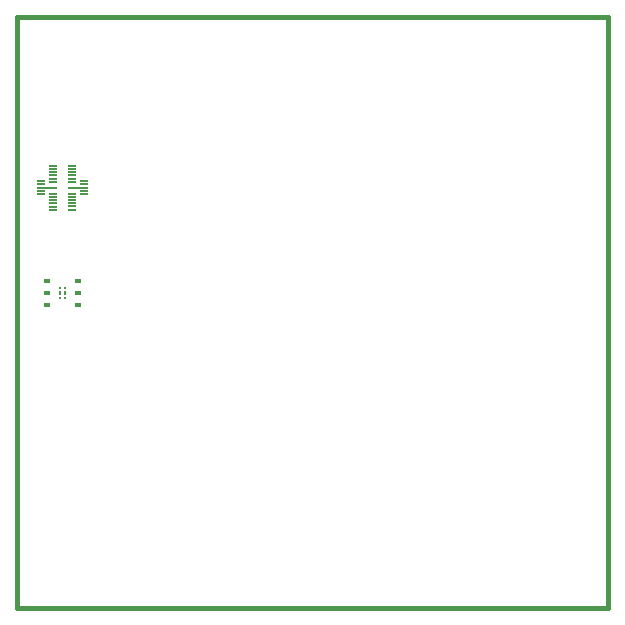
<source format=gtp>
G75*
%MOIN*%
%OFA0B0*%
%FSLAX25Y25*%
%IPPOS*%
%LPD*%
%AMOC8*
5,1,8,0,0,1.08239X$1,22.5*
%
%ADD10C,0.01600*%
%ADD11R,0.02756X0.01121*%
%ADD12R,0.02362X0.01575*%
%ADD13R,0.00984X0.00984*%
%ADD14R,0.00984X0.01181*%
D10*
X0001800Y0001800D02*
X0198650Y0001800D01*
X0198650Y0198650D01*
X0001800Y0198650D01*
X0001800Y0001800D01*
D11*
X0013550Y0134447D03*
X0013550Y0135519D03*
X0013552Y0136584D03*
X0013552Y0137668D03*
X0013552Y0138743D03*
X0013552Y0139831D03*
X0013552Y0141800D03*
X0011596Y0141800D03*
X0009721Y0141798D03*
X0009719Y0140733D03*
X0009719Y0139661D03*
X0009721Y0142882D03*
X0009721Y0143957D03*
X0013552Y0143769D03*
X0013551Y0144838D03*
X0013551Y0145910D03*
X0013553Y0146975D03*
X0013553Y0148059D03*
X0013553Y0149133D03*
X0020035Y0149122D03*
X0020035Y0148048D03*
X0020035Y0146964D03*
X0020033Y0145898D03*
X0020033Y0144827D03*
X0020048Y0143769D03*
X0020048Y0141800D03*
X0020048Y0139831D03*
X0020043Y0138783D03*
X0020043Y0137708D03*
X0020043Y0136624D03*
X0020040Y0135559D03*
X0020040Y0134488D03*
X0023874Y0139661D03*
X0023874Y0140733D03*
X0023876Y0141798D03*
X0023876Y0142882D03*
X0023876Y0143957D03*
X0022245Y0141798D03*
D12*
X0021918Y0110737D03*
X0021918Y0106800D03*
X0021918Y0102863D03*
X0011682Y0102863D03*
X0011682Y0106800D03*
X0011682Y0110737D03*
D13*
X0015914Y0108473D03*
X0017686Y0108473D03*
X0017686Y0105127D03*
X0015914Y0105127D03*
D14*
X0015914Y0106800D03*
X0017686Y0106800D03*
M02*

</source>
